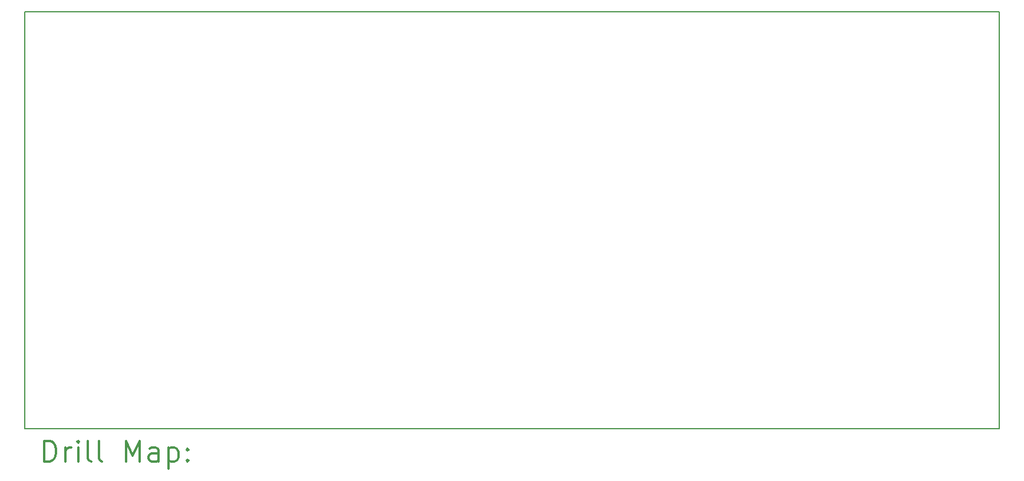
<source format=gbr>
%FSLAX45Y45*%
G04 Gerber Fmt 4.5, Leading zero omitted, Abs format (unit mm)*
G04 Created by KiCad (PCBNEW (5.1.12)-1) date 2021-12-30 16:40:59*
%MOMM*%
%LPD*%
G01*
G04 APERTURE LIST*
%TA.AperFunction,Profile*%
%ADD10C,0.150000*%
%TD*%
%ADD11C,0.200000*%
%ADD12C,0.300000*%
G04 APERTURE END LIST*
D10*
X19969240Y-7327640D02*
X19969240Y-13327640D01*
X19969240Y-7327640D02*
X5969240Y-7327640D01*
X5969240Y-13327640D02*
X5969240Y-7327640D01*
X19969240Y-13327640D02*
X5969240Y-13327640D01*
D11*
D12*
X6248168Y-13800854D02*
X6248168Y-13500854D01*
X6319597Y-13500854D01*
X6362454Y-13515140D01*
X6391026Y-13543711D01*
X6405311Y-13572283D01*
X6419597Y-13629426D01*
X6419597Y-13672283D01*
X6405311Y-13729426D01*
X6391026Y-13757997D01*
X6362454Y-13786569D01*
X6319597Y-13800854D01*
X6248168Y-13800854D01*
X6548168Y-13800854D02*
X6548168Y-13600854D01*
X6548168Y-13657997D02*
X6562454Y-13629426D01*
X6576740Y-13615140D01*
X6605311Y-13600854D01*
X6633883Y-13600854D01*
X6733883Y-13800854D02*
X6733883Y-13600854D01*
X6733883Y-13500854D02*
X6719597Y-13515140D01*
X6733883Y-13529426D01*
X6748168Y-13515140D01*
X6733883Y-13500854D01*
X6733883Y-13529426D01*
X6919597Y-13800854D02*
X6891026Y-13786569D01*
X6876740Y-13757997D01*
X6876740Y-13500854D01*
X7076740Y-13800854D02*
X7048168Y-13786569D01*
X7033883Y-13757997D01*
X7033883Y-13500854D01*
X7419597Y-13800854D02*
X7419597Y-13500854D01*
X7519597Y-13715140D01*
X7619597Y-13500854D01*
X7619597Y-13800854D01*
X7891026Y-13800854D02*
X7891026Y-13643711D01*
X7876740Y-13615140D01*
X7848168Y-13600854D01*
X7791026Y-13600854D01*
X7762454Y-13615140D01*
X7891026Y-13786569D02*
X7862454Y-13800854D01*
X7791026Y-13800854D01*
X7762454Y-13786569D01*
X7748168Y-13757997D01*
X7748168Y-13729426D01*
X7762454Y-13700854D01*
X7791026Y-13686569D01*
X7862454Y-13686569D01*
X7891026Y-13672283D01*
X8033883Y-13600854D02*
X8033883Y-13900854D01*
X8033883Y-13615140D02*
X8062454Y-13600854D01*
X8119597Y-13600854D01*
X8148168Y-13615140D01*
X8162454Y-13629426D01*
X8176740Y-13657997D01*
X8176740Y-13743711D01*
X8162454Y-13772283D01*
X8148168Y-13786569D01*
X8119597Y-13800854D01*
X8062454Y-13800854D01*
X8033883Y-13786569D01*
X8305311Y-13772283D02*
X8319597Y-13786569D01*
X8305311Y-13800854D01*
X8291026Y-13786569D01*
X8305311Y-13772283D01*
X8305311Y-13800854D01*
X8305311Y-13615140D02*
X8319597Y-13629426D01*
X8305311Y-13643711D01*
X8291026Y-13629426D01*
X8305311Y-13615140D01*
X8305311Y-13643711D01*
M02*

</source>
